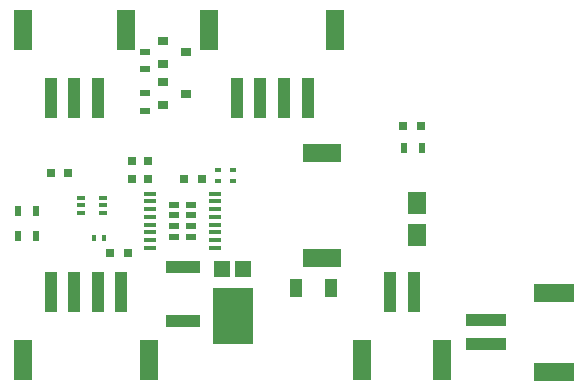
<source format=gbr>
G04 #@! TF.FileFunction,Paste,Top*
%FSLAX46Y46*%
G04 Gerber Fmt 4.6, Leading zero omitted, Abs format (unit mm)*
G04 Created by KiCad (PCBNEW 4.0.7) date 04/07/18 18:35:28*
%MOMM*%
%LPD*%
G01*
G04 APERTURE LIST*
%ADD10C,0.100000*%
%ADD11R,0.750000X0.400000*%
%ADD12R,1.500000X1.950000*%
%ADD13R,1.000000X3.500000*%
%ADD14R,1.500000X3.400000*%
%ADD15R,0.800000X0.750000*%
%ADD16R,1.000000X1.600000*%
%ADD17R,3.000000X1.000000*%
%ADD18R,0.750000X0.800000*%
%ADD19R,0.600000X0.400000*%
%ADD20R,0.400000X0.600000*%
%ADD21R,1.050000X0.450000*%
%ADD22R,0.882000X0.537000*%
%ADD23R,1.390000X1.400000*%
%ADD24R,3.360000X4.860000*%
%ADD25R,0.800000X0.800000*%
%ADD26R,0.900000X0.800000*%
%ADD27R,3.200000X1.600000*%
%ADD28R,3.500000X1.000000*%
%ADD29R,3.400000X1.500000*%
%ADD30R,0.900000X0.500000*%
%ADD31R,0.500000X0.900000*%
G04 APERTURE END LIST*
D10*
D11*
X12950000Y15750000D03*
X11050000Y16400000D03*
X11050000Y15100000D03*
X11050000Y15750000D03*
X12950000Y15100000D03*
X12950000Y16400000D03*
D12*
X39500000Y15975000D03*
X39500000Y13225000D03*
D13*
X12500000Y24875000D03*
X10500000Y24875000D03*
X8500000Y24875000D03*
D14*
X14850000Y30625000D03*
X6150000Y30625000D03*
D15*
X15050000Y11750000D03*
X13550000Y11750000D03*
D16*
X29250000Y8750000D03*
X32250000Y8750000D03*
D17*
X19750000Y5950000D03*
X19750000Y10550000D03*
D18*
X16750000Y18000000D03*
X16750000Y19500000D03*
D15*
X21300000Y17950000D03*
X19800000Y17950000D03*
D19*
X23950000Y17850000D03*
X23950000Y18750000D03*
X22700000Y18750000D03*
X22700000Y17850000D03*
D20*
X12150000Y13000000D03*
X13050000Y13000000D03*
D21*
X22425000Y12175000D03*
X22425000Y12825000D03*
X22425000Y13475000D03*
X22425000Y14125000D03*
X22425000Y14775000D03*
X22425000Y15425000D03*
X22425000Y16075000D03*
X22425000Y16725000D03*
X16875000Y16725000D03*
X16875000Y16075000D03*
X16875000Y15425000D03*
X16875000Y14775000D03*
X16875000Y14125000D03*
X16875000Y13475000D03*
X16875000Y12825000D03*
X16875000Y12175000D03*
D22*
X18915000Y15792500D03*
X18915000Y14897500D03*
X18915000Y14002500D03*
X18915000Y13107500D03*
X20385000Y15792500D03*
X20385000Y14897500D03*
X20385000Y14002500D03*
X20385000Y13107500D03*
D23*
X24820000Y10356000D03*
D24*
X23900000Y6374000D03*
D23*
X22980000Y10356000D03*
D25*
X38300000Y22500000D03*
X39900000Y22500000D03*
D18*
X15400000Y18000000D03*
X15400000Y19500000D03*
D26*
X18000000Y26150000D03*
X18000000Y24250000D03*
X20000000Y25200000D03*
X18000000Y29650000D03*
X18000000Y27750000D03*
X20000000Y28700000D03*
D27*
X31500000Y20200000D03*
X31500000Y11300000D03*
D13*
X30250000Y24875000D03*
X28250000Y24875000D03*
X26250000Y24875000D03*
X24250000Y24875000D03*
D14*
X32600000Y30625000D03*
X21900000Y30625000D03*
D13*
X8500000Y8375000D03*
X10500000Y8375000D03*
X12500000Y8375000D03*
X14500000Y8375000D03*
D14*
X6150000Y2625000D03*
X16850000Y2625000D03*
D28*
X45375000Y4000000D03*
X45375000Y6000000D03*
D29*
X51125000Y1650000D03*
X51125000Y8350000D03*
D13*
X37250000Y8375000D03*
X39250000Y8375000D03*
D14*
X34900000Y2625000D03*
X41600000Y2625000D03*
D15*
X8500000Y18500000D03*
X10000000Y18500000D03*
D30*
X16500000Y25250000D03*
X16500000Y23750000D03*
X16500000Y28750000D03*
X16500000Y27250000D03*
D31*
X38450000Y20600000D03*
X39950000Y20600000D03*
X7250000Y15300000D03*
X5750000Y15300000D03*
X7250000Y13150000D03*
X5750000Y13150000D03*
M02*

</source>
